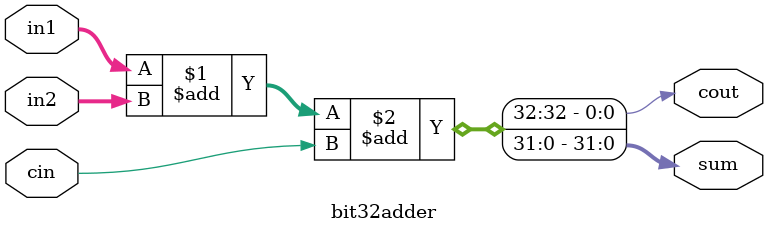
<source format=v>
module bit32adder (cout, sum, in1, in2, cin);
	input [31:0] in1,in2;
	input cin;
	output cout;
	output [31:0]sum;
	
	// wire [0:4] x;
	
	assign {cout, sum} = in1 + in2 + cin;
	
	// genvar j;
	// integer i = 0;
	
	// //this is the variable that is be used in the generate
	// //block
	//  generate for (j=0; j<32;j=j+8) begin: mux_loop
	// 	//mux_loop is the name of the loop
		
	// 	eightbitadder mi(x[j/8+1], sum[j +: 8],in1[j +: 8],in2[j +: 8], x[j/8]);

	// 	//mux2to1 is instantiated every time it is called
	// end
	// endgenerate
	// assign cout = x[4];
	// module fulladder_32bit( output[31:0] sum, output cout, input [31:0] num1, input [31:0] num2, input cin );

endmodule



</source>
